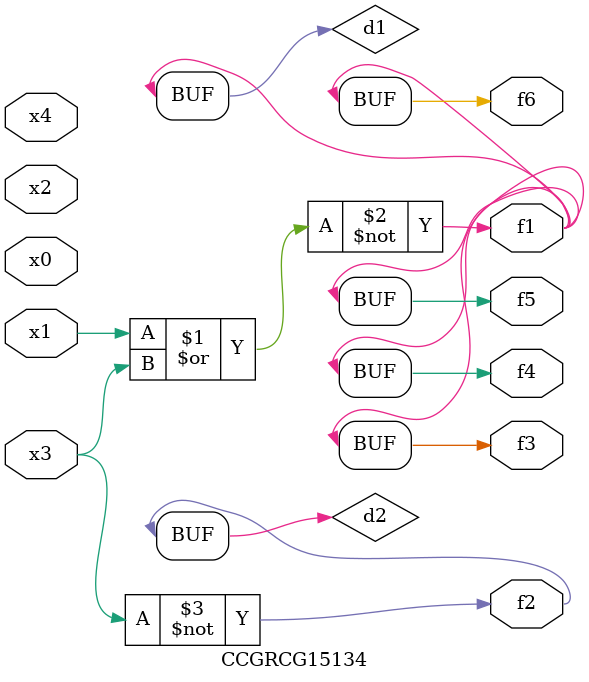
<source format=v>
module CCGRCG15134(
	input x0, x1, x2, x3, x4,
	output f1, f2, f3, f4, f5, f6
);

	wire d1, d2;

	nor (d1, x1, x3);
	not (d2, x3);
	assign f1 = d1;
	assign f2 = d2;
	assign f3 = d1;
	assign f4 = d1;
	assign f5 = d1;
	assign f6 = d1;
endmodule

</source>
